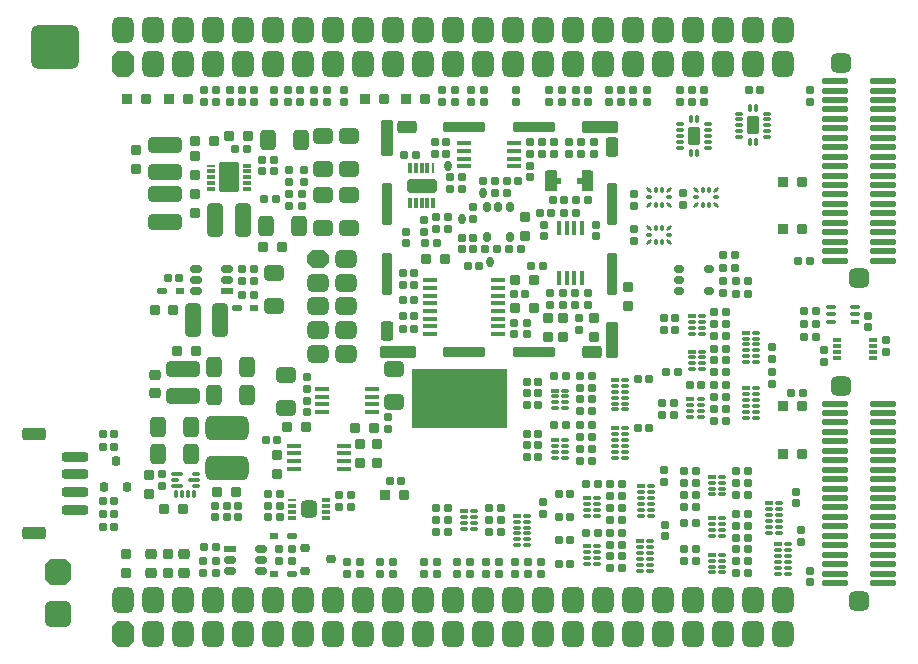
<source format=gbr>
%TF.GenerationSoftware,Altium Limited,Altium Designer,25.3.3 (18)*%
G04 Layer_Color=8388736*
%FSLAX45Y45*%
%MOMM*%
%TF.SameCoordinates,5572F933-5C96-4131-A983-9EF7CB378A5A*%
%TF.FilePolarity,Negative*%
%TF.FileFunction,Soldermask,Top*%
%TF.Part,Single*%
G01*
G75*
%TA.AperFunction,SMDPad,CuDef*%
G04:AMPARAMS|DCode=99|XSize=1.73mm|YSize=1.33mm|CornerRadius=0.3525mm|HoleSize=0mm|Usage=FLASHONLY|Rotation=90.000|XOffset=0mm|YOffset=0mm|HoleType=Round|Shape=RoundedRectangle|*
%AMROUNDEDRECTD99*
21,1,1.73000,0.62500,0,0,90.0*
21,1,1.02500,1.33000,0,0,90.0*
1,1,0.70500,0.31250,0.51250*
1,1,0.70500,0.31250,-0.51250*
1,1,0.70500,-0.31250,-0.51250*
1,1,0.70500,-0.31250,0.51250*
%
%ADD99ROUNDEDRECTD99*%
G04:AMPARAMS|DCode=100|XSize=1.73mm|YSize=1.33mm|CornerRadius=0.3525mm|HoleSize=0mm|Usage=FLASHONLY|Rotation=180.000|XOffset=0mm|YOffset=0mm|HoleType=Round|Shape=RoundedRectangle|*
%AMROUNDEDRECTD100*
21,1,1.73000,0.62500,0,0,180.0*
21,1,1.02500,1.33000,0,0,180.0*
1,1,0.70500,-0.51250,0.31250*
1,1,0.70500,0.51250,0.31250*
1,1,0.70500,0.51250,-0.31250*
1,1,0.70500,-0.51250,-0.31250*
%
%ADD100ROUNDEDRECTD100*%
%TA.AperFunction,ComponentPad*%
G04:AMPARAMS|DCode=101|XSize=1.48mm|YSize=1.78mm|CornerRadius=0.39mm|HoleSize=0mm|Usage=FLASHONLY|Rotation=270.000|XOffset=0mm|YOffset=0mm|HoleType=Round|Shape=RoundedRectangle|*
%AMROUNDEDRECTD101*
21,1,1.48000,1.00000,0,0,270.0*
21,1,0.70000,1.78000,0,0,270.0*
1,1,0.78000,-0.50000,-0.35000*
1,1,0.78000,-0.50000,0.35000*
1,1,0.78000,0.50000,0.35000*
1,1,0.78000,0.50000,-0.35000*
%
%ADD101ROUNDEDRECTD101*%
G04:AMPARAMS|DCode=102|XSize=1.48mm|YSize=1.78mm|CornerRadius=0mm|HoleSize=0mm|Usage=FLASHONLY|Rotation=270.000|XOffset=0mm|YOffset=0mm|HoleType=Round|Shape=Octagon|*
%AMOCTAGOND102*
4,1,8,0.89000,0.37000,0.89000,-0.37000,0.52000,-0.74000,-0.52000,-0.74000,-0.89000,-0.37000,-0.89000,0.37000,-0.52000,0.74000,0.52000,0.74000,0.89000,0.37000,0.0*
%
%ADD102OCTAGOND102*%

G04:AMPARAMS|DCode=103|XSize=1.63mm|YSize=1.68mm|CornerRadius=0.4275mm|HoleSize=0mm|Usage=FLASHONLY|Rotation=270.000|XOffset=0mm|YOffset=0mm|HoleType=Round|Shape=RoundedRectangle|*
%AMROUNDEDRECTD103*
21,1,1.63000,0.82500,0,0,270.0*
21,1,0.77500,1.68000,0,0,270.0*
1,1,0.85500,-0.41250,-0.38750*
1,1,0.85500,-0.41250,0.38750*
1,1,0.85500,0.41250,0.38750*
1,1,0.85500,0.41250,-0.38750*
%
%ADD103ROUNDEDRECTD103*%
G04:AMPARAMS|DCode=104|XSize=1.78mm|YSize=2.18mm|CornerRadius=0mm|HoleSize=0mm|Usage=FLASHONLY|Rotation=0.000|XOffset=0mm|YOffset=0mm|HoleType=Round|Shape=Octagon|*
%AMOCTAGOND104*
4,1,8,-0.44500,1.09000,0.44500,1.09000,0.89000,0.64500,0.89000,-0.64500,0.44500,-1.09000,-0.44500,-1.09000,-0.89000,-0.64500,-0.89000,0.64500,-0.44500,1.09000,0.0*
%
%ADD104OCTAGOND104*%

G04:AMPARAMS|DCode=105|XSize=1.78mm|YSize=2.18mm|CornerRadius=0.465mm|HoleSize=0mm|Usage=FLASHONLY|Rotation=0.000|XOffset=0mm|YOffset=0mm|HoleType=Round|Shape=RoundedRectangle|*
%AMROUNDEDRECTD105*
21,1,1.78000,1.25001,0,0,0.0*
21,1,0.85000,2.18000,0,0,0.0*
1,1,0.93000,0.42500,-0.62500*
1,1,0.93000,-0.42500,-0.62500*
1,1,0.93000,-0.42500,0.62500*
1,1,0.93000,0.42500,0.62500*
%
%ADD105ROUNDEDRECTD105*%
G04:AMPARAMS|DCode=106|XSize=4.08mm|YSize=3.68mm|CornerRadius=0.58mm|HoleSize=0mm|Usage=FLASHONLY|Rotation=0.000|XOffset=0mm|YOffset=0mm|HoleType=Round|Shape=RoundedRectangle|*
%AMROUNDEDRECTD106*
21,1,4.08000,2.52000,0,0,0.0*
21,1,2.92000,3.68000,0,0,0.0*
1,1,1.16000,1.46000,-1.26000*
1,1,1.16000,-1.46000,-1.26000*
1,1,1.16000,-1.46000,1.26000*
1,1,1.16000,1.46000,1.26000*
%
%ADD106ROUNDEDRECTD106*%
G04:AMPARAMS|DCode=107|XSize=2.28mm|YSize=2.28mm|CornerRadius=0.59mm|HoleSize=0mm|Usage=FLASHONLY|Rotation=270.000|XOffset=0mm|YOffset=0mm|HoleType=Round|Shape=RoundedRectangle|*
%AMROUNDEDRECTD107*
21,1,2.28000,1.10000,0,0,270.0*
21,1,1.10000,2.28000,0,0,270.0*
1,1,1.18000,-0.55000,-0.55000*
1,1,1.18000,-0.55000,0.55000*
1,1,1.18000,0.55000,0.55000*
1,1,1.18000,0.55000,-0.55000*
%
%ADD107ROUNDEDRECTD107*%
G04:AMPARAMS|DCode=108|XSize=2.28mm|YSize=2.28mm|CornerRadius=0mm|HoleSize=0mm|Usage=FLASHONLY|Rotation=270.000|XOffset=0mm|YOffset=0mm|HoleType=Round|Shape=Octagon|*
%AMOCTAGOND108*
4,1,8,-0.57000,-1.14000,0.57000,-1.14000,1.14000,-0.57000,1.14000,0.57000,0.57000,1.14000,-0.57000,1.14000,-1.14000,0.57000,-1.14000,-0.57000,-0.57000,-1.14000,0.0*
%
%ADD108OCTAGOND108*%

%TA.AperFunction,OtherPad,Pad P2-5 (12.8mm,10.3mm)*%
G04:AMPARAMS|DCode=559|XSize=2mm|YSize=1.1mm|CornerRadius=0.275mm|HoleSize=0mm|Usage=FLASHONLY|Rotation=180.000|XOffset=0mm|YOffset=0mm|HoleType=Round|Shape=RoundedRectangle|*
%AMROUNDEDRECTD559*
21,1,2.00000,0.55000,0,0,180.0*
21,1,1.45000,1.10000,0,0,180.0*
1,1,0.55000,-0.72500,0.27500*
1,1,0.55000,0.72500,0.27500*
1,1,0.55000,0.72500,-0.27500*
1,1,0.55000,-0.72500,-0.27500*
%
%ADD559ROUNDEDRECTD559*%
%TA.AperFunction,OtherPad,Pad P2-5 (12.8mm,18.7mm)*%
G04:AMPARAMS|DCode=560|XSize=2mm|YSize=1.1mm|CornerRadius=0.275mm|HoleSize=0mm|Usage=FLASHONLY|Rotation=180.000|XOffset=0mm|YOffset=0mm|HoleType=Round|Shape=RoundedRectangle|*
%AMROUNDEDRECTD560*
21,1,2.00000,0.55000,0,0,180.0*
21,1,1.45000,1.10000,0,0,180.0*
1,1,0.55000,-0.72500,0.27500*
1,1,0.55000,0.72500,0.27500*
1,1,0.55000,0.72500,-0.27500*
1,1,0.55000,-0.72500,-0.27500*
%
%ADD560ROUNDEDRECTD560*%
%TA.AperFunction,SMDPad,CuDef*%
G04:AMPARAMS|DCode=561|XSize=0.41mm|YSize=1.21mm|CornerRadius=0.1175mm|HoleSize=0mm|Usage=FLASHONLY|Rotation=90.000|XOffset=0mm|YOffset=0mm|HoleType=Round|Shape=RoundedRectangle|*
%AMROUNDEDRECTD561*
21,1,0.41000,0.97500,0,0,90.0*
21,1,0.17500,1.21000,0,0,90.0*
1,1,0.23500,0.48750,0.08750*
1,1,0.23500,0.48750,-0.08750*
1,1,0.23500,-0.48750,-0.08750*
1,1,0.23500,-0.48750,0.08750*
%
%ADD561ROUNDEDRECTD561*%
%ADD562R,1.21000X0.41000*%
%ADD563R,0.66000X0.30000*%
G04:AMPARAMS|DCode=564|XSize=0.3mm|YSize=0.66mm|CornerRadius=0.095mm|HoleSize=0mm|Usage=FLASHONLY|Rotation=90.000|XOffset=0mm|YOffset=0mm|HoleType=Round|Shape=RoundedRectangle|*
%AMROUNDEDRECTD564*
21,1,0.30000,0.47000,0,0,90.0*
21,1,0.11000,0.66000,0,0,90.0*
1,1,0.19000,0.23500,0.05500*
1,1,0.19000,0.23500,-0.05500*
1,1,0.19000,-0.23500,-0.05500*
1,1,0.19000,-0.23500,0.05500*
%
%ADD564ROUNDEDRECTD564*%
%ADD565R,1.26000X0.41000*%
G04:AMPARAMS|DCode=566|XSize=0.41mm|YSize=1.26mm|CornerRadius=0.1175mm|HoleSize=0mm|Usage=FLASHONLY|Rotation=270.000|XOffset=0mm|YOffset=0mm|HoleType=Round|Shape=RoundedRectangle|*
%AMROUNDEDRECTD566*
21,1,0.41000,1.02500,0,0,270.0*
21,1,0.17500,1.26000,0,0,270.0*
1,1,0.23500,-0.51250,-0.08750*
1,1,0.23500,-0.51250,0.08750*
1,1,0.23500,0.51250,0.08750*
1,1,0.23500,0.51250,-0.08750*
%
%ADD566ROUNDEDRECTD566*%
G04:AMPARAMS|DCode=567|XSize=0.41mm|YSize=0.78mm|CornerRadius=0.1225mm|HoleSize=0mm|Usage=FLASHONLY|Rotation=270.000|XOffset=0mm|YOffset=0mm|HoleType=Round|Shape=RoundedRectangle|*
%AMROUNDEDRECTD567*
21,1,0.41000,0.53500,0,0,270.0*
21,1,0.16500,0.78000,0,0,270.0*
1,1,0.24500,-0.26750,-0.08250*
1,1,0.24500,-0.26750,0.08250*
1,1,0.24500,0.26750,0.08250*
1,1,0.24500,0.26750,-0.08250*
%
%ADD567ROUNDEDRECTD567*%
%ADD568R,0.78000X0.41000*%
G04:AMPARAMS|DCode=569|XSize=0.68mm|YSize=0.68mm|CornerRadius=0.19mm|HoleSize=0mm|Usage=FLASHONLY|Rotation=90.000|XOffset=0mm|YOffset=0mm|HoleType=Round|Shape=RoundedRectangle|*
%AMROUNDEDRECTD569*
21,1,0.68000,0.30000,0,0,90.0*
21,1,0.30000,0.68000,0,0,90.0*
1,1,0.38000,0.15000,0.15000*
1,1,0.38000,0.15000,-0.15000*
1,1,0.38000,-0.15000,-0.15000*
1,1,0.38000,-0.15000,0.15000*
%
%ADD569ROUNDEDRECTD569*%
G04:AMPARAMS|DCode=570|XSize=0.6mm|YSize=0.28mm|CornerRadius=0mm|HoleSize=0mm|Usage=FLASHONLY|Rotation=135.000|XOffset=0mm|YOffset=0mm|HoleType=Round|Shape=Round|*
%AMOVALD570*
21,1,0.32000,0.28000,0.00000,0.00000,135.0*
1,1,0.28000,0.11314,-0.11314*
1,1,0.28000,-0.11314,0.11314*
%
%ADD570OVALD570*%

%ADD571O,0.28000X0.51000*%
G04:AMPARAMS|DCode=572|XSize=0.6mm|YSize=0.28mm|CornerRadius=0mm|HoleSize=0mm|Usage=FLASHONLY|Rotation=45.000|XOffset=0mm|YOffset=0mm|HoleType=Round|Shape=Round|*
%AMOVALD572*
21,1,0.32000,0.28000,0.00000,0.00000,45.0*
1,1,0.28000,-0.11314,-0.11314*
1,1,0.28000,0.11314,0.11314*
%
%ADD572OVALD572*%

%ADD573O,0.51000X0.28000*%
%ADD574R,0.88000X0.88000*%
G04:AMPARAMS|DCode=575|XSize=0.88mm|YSize=0.88mm|CornerRadius=0.24mm|HoleSize=0mm|Usage=FLASHONLY|Rotation=90.000|XOffset=0mm|YOffset=0mm|HoleType=Round|Shape=RoundedRectangle|*
%AMROUNDEDRECTD575*
21,1,0.88000,0.40000,0,0,90.0*
21,1,0.40000,0.88000,0,0,90.0*
1,1,0.48000,0.20000,0.20000*
1,1,0.48000,0.20000,-0.20000*
1,1,0.48000,-0.20000,-0.20000*
1,1,0.48000,-0.20000,0.20000*
%
%ADD575ROUNDEDRECTD575*%
G04:AMPARAMS|DCode=576|XSize=0.68mm|YSize=0.68mm|CornerRadius=0.19mm|HoleSize=0mm|Usage=FLASHONLY|Rotation=0.000|XOffset=0mm|YOffset=0mm|HoleType=Round|Shape=RoundedRectangle|*
%AMROUNDEDRECTD576*
21,1,0.68000,0.30000,0,0,0.0*
21,1,0.30000,0.68000,0,0,0.0*
1,1,0.38000,0.15000,-0.15000*
1,1,0.38000,-0.15000,-0.15000*
1,1,0.38000,-0.15000,0.15000*
1,1,0.38000,0.15000,0.15000*
%
%ADD576ROUNDEDRECTD576*%
G04:AMPARAMS|DCode=577|XSize=1.68mm|YSize=1.08mm|CornerRadius=0.29mm|HoleSize=0mm|Usage=FLASHONLY|Rotation=270.000|XOffset=0mm|YOffset=0mm|HoleType=Round|Shape=RoundedRectangle|*
%AMROUNDEDRECTD577*
21,1,1.68000,0.50000,0,0,270.0*
21,1,1.10000,1.08000,0,0,270.0*
1,1,0.58000,-0.25000,-0.55000*
1,1,0.58000,-0.25000,0.55000*
1,1,0.58000,0.25000,0.55000*
1,1,0.58000,0.25000,-0.55000*
%
%ADD577ROUNDEDRECTD577*%
%TA.AperFunction,SMDPad,SMDef*%
G04:AMPARAMS|DCode=578|XSize=3.6mm|YSize=0.8mm|CornerRadius=0.15mm|HoleSize=0mm|Usage=FLASHONLY|Rotation=180.000|XOffset=0mm|YOffset=0mm|HoleType=Round|Shape=RoundedRectangle|*
%AMROUNDEDRECTD578*
21,1,3.60000,0.50000,0,0,180.0*
21,1,3.30000,0.80000,0,0,180.0*
1,1,0.30000,-1.65000,0.25000*
1,1,0.30000,1.65000,0.25000*
1,1,0.30000,1.65000,-0.25000*
1,1,0.30000,-1.65000,-0.25000*
%
%ADD578ROUNDEDRECTD578*%
%TA.AperFunction,SMDPad,CuDef*%
G04:AMPARAMS|DCode=579|XSize=3.08mm|YSize=1.08mm|CornerRadius=0.29mm|HoleSize=0mm|Usage=FLASHONLY|Rotation=180.000|XOffset=0mm|YOffset=0mm|HoleType=Round|Shape=RoundedRectangle|*
%AMROUNDEDRECTD579*
21,1,3.08000,0.50000,0,0,180.0*
21,1,2.50000,1.08000,0,0,180.0*
1,1,0.58000,-1.25000,0.25000*
1,1,0.58000,1.25000,0.25000*
1,1,0.58000,1.25000,-0.25000*
1,1,0.58000,-1.25000,-0.25000*
%
%ADD579ROUNDEDRECTD579*%
G04:AMPARAMS|DCode=580|XSize=1.68mm|YSize=1.08mm|CornerRadius=0.29mm|HoleSize=0mm|Usage=FLASHONLY|Rotation=0.000|XOffset=0mm|YOffset=0mm|HoleType=Round|Shape=RoundedRectangle|*
%AMROUNDEDRECTD580*
21,1,1.68000,0.50000,0,0,0.0*
21,1,1.10000,1.08000,0,0,0.0*
1,1,0.58000,0.55000,-0.25000*
1,1,0.58000,-0.55000,-0.25000*
1,1,0.58000,-0.55000,0.25000*
1,1,0.58000,0.55000,0.25000*
%
%ADD580ROUNDEDRECTD580*%
%TA.AperFunction,SMDPad,SMDef*%
G04:AMPARAMS|DCode=581|XSize=3.6mm|YSize=0.8mm|CornerRadius=0.15mm|HoleSize=0mm|Usage=FLASHONLY|Rotation=270.000|XOffset=0mm|YOffset=0mm|HoleType=Round|Shape=RoundedRectangle|*
%AMROUNDEDRECTD581*
21,1,3.60000,0.50000,0,0,270.0*
21,1,3.30000,0.80000,0,0,270.0*
1,1,0.30000,-0.25000,-1.65000*
1,1,0.30000,-0.25000,1.65000*
1,1,0.30000,0.25000,1.65000*
1,1,0.30000,0.25000,-1.65000*
%
%ADD581ROUNDEDRECTD581*%
%TA.AperFunction,SMDPad,CuDef*%
G04:AMPARAMS|DCode=582|XSize=3.08mm|YSize=1.08mm|CornerRadius=0.29mm|HoleSize=0mm|Usage=FLASHONLY|Rotation=270.000|XOffset=0mm|YOffset=0mm|HoleType=Round|Shape=RoundedRectangle|*
%AMROUNDEDRECTD582*
21,1,3.08000,0.50000,0,0,270.0*
21,1,2.50000,1.08000,0,0,270.0*
1,1,0.58000,-0.25000,-1.25000*
1,1,0.58000,-0.25000,1.25000*
1,1,0.58000,0.25000,1.25000*
1,1,0.58000,0.25000,-1.25000*
%
%ADD582ROUNDEDRECTD582*%
%TA.AperFunction,SMDPad,SMDef*%
G04:AMPARAMS|DCode=583|XSize=3.596mm|YSize=0.796mm|CornerRadius=0.148mm|HoleSize=0mm|Usage=FLASHONLY|Rotation=0.000|XOffset=0mm|YOffset=0mm|HoleType=Round|Shape=RoundedRectangle|*
%AMROUNDEDRECTD583*
21,1,3.59600,0.50000,0,0,0.0*
21,1,3.30000,0.79600,0,0,0.0*
1,1,0.29600,1.65000,-0.25000*
1,1,0.29600,-1.65000,-0.25000*
1,1,0.29600,-1.65000,0.25000*
1,1,0.29600,1.65000,0.25000*
%
%ADD583ROUNDEDRECTD583*%
%TA.AperFunction,SMDPad,CuDef*%
G04:AMPARAMS|DCode=584|XSize=0.88mm|YSize=0.88mm|CornerRadius=0.24mm|HoleSize=0mm|Usage=FLASHONLY|Rotation=180.000|XOffset=0mm|YOffset=0mm|HoleType=Round|Shape=RoundedRectangle|*
%AMROUNDEDRECTD584*
21,1,0.88000,0.40000,0,0,180.0*
21,1,0.40000,0.88000,0,0,180.0*
1,1,0.48000,-0.20000,0.20000*
1,1,0.48000,0.20000,0.20000*
1,1,0.48000,0.20000,-0.20000*
1,1,0.48000,-0.20000,-0.20000*
%
%ADD584ROUNDEDRECTD584*%
%ADD585O,0.68000X0.88000*%
%ADD586R,1.00000X0.54000*%
%ADD587O,0.38000X1.78000*%
G04:AMPARAMS|DCode=588|XSize=0.41mm|YSize=1.21mm|CornerRadius=0.1175mm|HoleSize=0mm|Usage=FLASHONLY|Rotation=0.000|XOffset=0mm|YOffset=0mm|HoleType=Round|Shape=RoundedRectangle|*
%AMROUNDEDRECTD588*
21,1,0.41000,0.97500,0,0,0.0*
21,1,0.17500,1.21000,0,0,0.0*
1,1,0.23500,0.08750,-0.48750*
1,1,0.23500,-0.08750,-0.48750*
1,1,0.23500,-0.08750,0.48750*
1,1,0.23500,0.08750,0.48750*
%
%ADD588ROUNDEDRECTD588*%
%ADD589R,0.41000X1.21000*%
G04:AMPARAMS|DCode=590|XSize=0.63mm|YSize=0.88mm|CornerRadius=0.1775mm|HoleSize=0mm|Usage=FLASHONLY|Rotation=0.000|XOffset=0mm|YOffset=0mm|HoleType=Round|Shape=RoundedRectangle|*
%AMROUNDEDRECTD590*
21,1,0.63000,0.52500,0,0,0.0*
21,1,0.27500,0.88000,0,0,0.0*
1,1,0.35500,0.13750,-0.26250*
1,1,0.35500,-0.13750,-0.26250*
1,1,0.35500,-0.13750,0.26250*
1,1,0.35500,0.13750,0.26250*
%
%ADD590ROUNDEDRECTD590*%
%ADD591R,0.29000X0.91000*%
G04:AMPARAMS|DCode=592|XSize=0.29mm|YSize=0.91mm|CornerRadius=0.0875mm|HoleSize=0mm|Usage=FLASHONLY|Rotation=0.000|XOffset=0mm|YOffset=0mm|HoleType=Round|Shape=RoundedRectangle|*
%AMROUNDEDRECTD592*
21,1,0.29000,0.73500,0,0,0.0*
21,1,0.11500,0.91000,0,0,0.0*
1,1,0.17500,0.05750,-0.36750*
1,1,0.17500,-0.05750,-0.36750*
1,1,0.17500,-0.05750,0.36750*
1,1,0.17500,0.05750,0.36750*
%
%ADD592ROUNDEDRECTD592*%
G04:AMPARAMS|DCode=593|XSize=2.61mm|YSize=1.16mm|CornerRadius=0.305mm|HoleSize=0mm|Usage=FLASHONLY|Rotation=0.000|XOffset=0mm|YOffset=0mm|HoleType=Round|Shape=RoundedRectangle|*
%AMROUNDEDRECTD593*
21,1,2.61000,0.55000,0,0,0.0*
21,1,2.00000,1.16000,0,0,0.0*
1,1,0.61000,1.00000,-0.27500*
1,1,0.61000,-1.00000,-0.27500*
1,1,0.61000,-1.00000,0.27500*
1,1,0.61000,1.00000,0.27500*
%
%ADD593ROUNDEDRECTD593*%
G04:AMPARAMS|DCode=594|XSize=2.88mm|YSize=1.38mm|CornerRadius=0.365mm|HoleSize=0mm|Usage=FLASHONLY|Rotation=180.000|XOffset=0mm|YOffset=0mm|HoleType=Round|Shape=RoundedRectangle|*
%AMROUNDEDRECTD594*
21,1,2.88000,0.65000,0,0,180.0*
21,1,2.15000,1.38000,0,0,180.0*
1,1,0.73000,-1.07500,0.32500*
1,1,0.73000,1.07500,0.32500*
1,1,0.73000,1.07500,-0.32500*
1,1,0.73000,-1.07500,-0.32500*
%
%ADD594ROUNDEDRECTD594*%
G04:AMPARAMS|DCode=595|XSize=0.63mm|YSize=0.88mm|CornerRadius=0.1775mm|HoleSize=0mm|Usage=FLASHONLY|Rotation=90.000|XOffset=0mm|YOffset=0mm|HoleType=Round|Shape=RoundedRectangle|*
%AMROUNDEDRECTD595*
21,1,0.63000,0.52500,0,0,90.0*
21,1,0.27500,0.88000,0,0,90.0*
1,1,0.35500,0.26250,0.13750*
1,1,0.35500,0.26250,-0.13750*
1,1,0.35500,-0.26250,-0.13750*
1,1,0.35500,-0.26250,0.13750*
%
%ADD595ROUNDEDRECTD595*%
G04:AMPARAMS|DCode=596|XSize=2.28mm|YSize=0.58mm|CornerRadius=0.165mm|HoleSize=0mm|Usage=FLASHONLY|Rotation=0.000|XOffset=0mm|YOffset=0mm|HoleType=Round|Shape=RoundedRectangle|*
%AMROUNDEDRECTD596*
21,1,2.28000,0.25000,0,0,0.0*
21,1,1.95000,0.58000,0,0,0.0*
1,1,0.33000,0.97500,-0.12500*
1,1,0.33000,-0.97500,-0.12500*
1,1,0.33000,-0.97500,0.12500*
1,1,0.33000,0.97500,0.12500*
%
%ADD596ROUNDEDRECTD596*%
G04:AMPARAMS|DCode=597|XSize=0.28mm|YSize=0.73mm|CornerRadius=0.09mm|HoleSize=0mm|Usage=FLASHONLY|Rotation=270.000|XOffset=0mm|YOffset=0mm|HoleType=Round|Shape=RoundedRectangle|*
%AMROUNDEDRECTD597*
21,1,0.28000,0.55000,0,0,270.0*
21,1,0.10000,0.73000,0,0,270.0*
1,1,0.18000,-0.27500,-0.05000*
1,1,0.18000,-0.27500,0.05000*
1,1,0.18000,0.27500,0.05000*
1,1,0.18000,0.27500,-0.05000*
%
%ADD597ROUNDEDRECTD597*%
G04:AMPARAMS|DCode=598|XSize=0.28mm|YSize=1.08mm|CornerRadius=0.09mm|HoleSize=0mm|Usage=FLASHONLY|Rotation=270.000|XOffset=0mm|YOffset=0mm|HoleType=Round|Shape=RoundedRectangle|*
%AMROUNDEDRECTD598*
21,1,0.28000,0.90000,0,0,270.0*
21,1,0.10000,1.08000,0,0,270.0*
1,1,0.18000,-0.45000,-0.05000*
1,1,0.18000,-0.45000,0.05000*
1,1,0.18000,0.45000,0.05000*
1,1,0.18000,0.45000,-0.05000*
%
%ADD598ROUNDEDRECTD598*%
G04:AMPARAMS|DCode=599|XSize=0.3mm|YSize=0.63mm|CornerRadius=0.095mm|HoleSize=0mm|Usage=FLASHONLY|Rotation=180.000|XOffset=0mm|YOffset=0mm|HoleType=Round|Shape=RoundedRectangle|*
%AMROUNDEDRECTD599*
21,1,0.30000,0.44000,0,0,180.0*
21,1,0.11000,0.63000,0,0,180.0*
1,1,0.19000,-0.05500,0.22000*
1,1,0.19000,0.05500,0.22000*
1,1,0.19000,0.05500,-0.22000*
1,1,0.19000,-0.05500,-0.22000*
%
%ADD599ROUNDEDRECTD599*%
G04:AMPARAMS|DCode=600|XSize=2.28mm|YSize=0.78mm|CornerRadius=0.215mm|HoleSize=0mm|Usage=FLASHONLY|Rotation=180.000|XOffset=0mm|YOffset=0mm|HoleType=Round|Shape=RoundedRectangle|*
%AMROUNDEDRECTD600*
21,1,2.28000,0.35000,0,0,180.0*
21,1,1.85000,0.78000,0,0,180.0*
1,1,0.43000,-0.92500,0.17500*
1,1,0.43000,0.92500,0.17500*
1,1,0.43000,0.92500,-0.17500*
1,1,0.43000,-0.92500,-0.17500*
%
%ADD600ROUNDEDRECTD600*%
G04:AMPARAMS|DCode=601|XSize=0.98mm|YSize=0.88mm|CornerRadius=0.24mm|HoleSize=0mm|Usage=FLASHONLY|Rotation=180.000|XOffset=0mm|YOffset=0mm|HoleType=Round|Shape=RoundedRectangle|*
%AMROUNDEDRECTD601*
21,1,0.98000,0.40000,0,0,180.0*
21,1,0.50000,0.88000,0,0,180.0*
1,1,0.48000,-0.25000,0.20000*
1,1,0.48000,0.25000,0.20000*
1,1,0.48000,0.25000,-0.20000*
1,1,0.48000,-0.25000,-0.20000*
%
%ADD601ROUNDEDRECTD601*%
G04:AMPARAMS|DCode=602|XSize=3.68mm|YSize=2.08mm|CornerRadius=0.54mm|HoleSize=0mm|Usage=FLASHONLY|Rotation=180.000|XOffset=0mm|YOffset=0mm|HoleType=Round|Shape=RoundedRectangle|*
%AMROUNDEDRECTD602*
21,1,3.68000,1.00000,0,0,180.0*
21,1,2.60000,2.08000,0,0,180.0*
1,1,1.08000,-1.30000,0.50000*
1,1,1.08000,1.30000,0.50000*
1,1,1.08000,1.30000,-0.50000*
1,1,1.08000,-1.30000,-0.50000*
%
%ADD602ROUNDEDRECTD602*%
G04:AMPARAMS|DCode=603|XSize=2.88mm|YSize=1.38mm|CornerRadius=0.365mm|HoleSize=0mm|Usage=FLASHONLY|Rotation=90.000|XOffset=0mm|YOffset=0mm|HoleType=Round|Shape=RoundedRectangle|*
%AMROUNDEDRECTD603*
21,1,2.88000,0.65000,0,0,90.0*
21,1,2.15000,1.38000,0,0,90.0*
1,1,0.73000,0.32500,1.07500*
1,1,0.73000,0.32500,-1.07500*
1,1,0.73000,-0.32500,-1.07500*
1,1,0.73000,-0.32500,1.07500*
%
%ADD603ROUNDEDRECTD603*%
G04:AMPARAMS|DCode=604|XSize=0.29mm|YSize=0.73mm|CornerRadius=0.0875mm|HoleSize=0mm|Usage=FLASHONLY|Rotation=90.000|XOffset=0mm|YOffset=0mm|HoleType=Round|Shape=RoundedRectangle|*
%AMROUNDEDRECTD604*
21,1,0.29000,0.55500,0,0,90.0*
21,1,0.11500,0.73000,0,0,90.0*
1,1,0.17500,0.27750,0.05750*
1,1,0.17500,0.27750,-0.05750*
1,1,0.17500,-0.27750,-0.05750*
1,1,0.17500,-0.27750,0.05750*
%
%ADD604ROUNDEDRECTD604*%
G04:AMPARAMS|DCode=605|XSize=0.29mm|YSize=0.73mm|CornerRadius=0.0875mm|HoleSize=0mm|Usage=FLASHONLY|Rotation=0.000|XOffset=0mm|YOffset=0mm|HoleType=Round|Shape=RoundedRectangle|*
%AMROUNDEDRECTD605*
21,1,0.29000,0.55500,0,0,0.0*
21,1,0.11500,0.73000,0,0,0.0*
1,1,0.17500,0.05750,-0.27750*
1,1,0.17500,-0.05750,-0.27750*
1,1,0.17500,-0.05750,0.27750*
1,1,0.17500,0.05750,0.27750*
%
%ADD605ROUNDEDRECTD605*%
G04:AMPARAMS|DCode=606|XSize=1.06mm|YSize=1.56mm|CornerRadius=0.28mm|HoleSize=0mm|Usage=FLASHONLY|Rotation=0.000|XOffset=0mm|YOffset=0mm|HoleType=Round|Shape=RoundedRectangle|*
%AMROUNDEDRECTD606*
21,1,1.06000,1.00000,0,0,0.0*
21,1,0.50000,1.56000,0,0,0.0*
1,1,0.56000,0.25000,-0.50000*
1,1,0.56000,-0.25000,-0.50000*
1,1,0.56000,-0.25000,0.50000*
1,1,0.56000,0.25000,0.50000*
%
%ADD606ROUNDEDRECTD606*%
G04:AMPARAMS|DCode=607|XSize=0.29mm|YSize=0.76mm|CornerRadius=0.0875mm|HoleSize=0mm|Usage=FLASHONLY|Rotation=90.000|XOffset=0mm|YOffset=0mm|HoleType=Round|Shape=RoundedRectangle|*
%AMROUNDEDRECTD607*
21,1,0.29000,0.58500,0,0,90.0*
21,1,0.11500,0.76000,0,0,90.0*
1,1,0.17500,0.29250,0.05750*
1,1,0.17500,0.29250,-0.05750*
1,1,0.17500,-0.29250,-0.05750*
1,1,0.17500,-0.29250,0.05750*
%
%ADD607ROUNDEDRECTD607*%
G04:AMPARAMS|DCode=608|XSize=2.56mm|YSize=1.71mm|CornerRadius=0.195mm|HoleSize=0mm|Usage=FLASHONLY|Rotation=90.000|XOffset=0mm|YOffset=0mm|HoleType=Round|Shape=RoundedRectangle|*
%AMROUNDEDRECTD608*
21,1,2.56000,1.32000,0,0,90.0*
21,1,2.17000,1.71000,0,0,90.0*
1,1,0.39000,0.66000,1.08500*
1,1,0.39000,0.66000,-1.08500*
1,1,0.39000,-0.66000,-1.08500*
1,1,0.39000,-0.66000,1.08500*
%
%ADD608ROUNDEDRECTD608*%
%ADD609R,0.76000X0.29000*%
G04:AMPARAMS|DCode=610|XSize=0.63mm|YSize=0.98mm|CornerRadius=0.1775mm|HoleSize=0mm|Usage=FLASHONLY|Rotation=270.000|XOffset=0mm|YOffset=0mm|HoleType=Round|Shape=RoundedRectangle|*
%AMROUNDEDRECTD610*
21,1,0.63000,0.62500,0,0,270.0*
21,1,0.27500,0.98000,0,0,270.0*
1,1,0.35500,-0.31250,-0.13750*
1,1,0.35500,-0.31250,0.13750*
1,1,0.35500,0.31250,0.13750*
1,1,0.35500,0.31250,-0.13750*
%
%ADD610ROUNDEDRECTD610*%
%ADD611R,0.98000X0.63000*%
G04:AMPARAMS|DCode=612|XSize=1.46mm|YSize=1.36mm|CornerRadius=0.355mm|HoleSize=0mm|Usage=FLASHONLY|Rotation=90.000|XOffset=0mm|YOffset=0mm|HoleType=Round|Shape=RoundedRectangle|*
%AMROUNDEDRECTD612*
21,1,1.46000,0.65000,0,0,90.0*
21,1,0.75000,1.36000,0,0,90.0*
1,1,0.71000,0.32500,0.37500*
1,1,0.71000,0.32500,-0.37500*
1,1,0.71000,-0.32500,-0.37500*
1,1,0.71000,-0.32500,0.37500*
%
%ADD612ROUNDEDRECTD612*%
%ADD613R,0.75000X0.30000*%
G04:AMPARAMS|DCode=614|XSize=0.3mm|YSize=0.75mm|CornerRadius=0.0875mm|HoleSize=0mm|Usage=FLASHONLY|Rotation=90.000|XOffset=0mm|YOffset=0mm|HoleType=Round|Shape=RoundedRectangle|*
%AMROUNDEDRECTD614*
21,1,0.30000,0.57500,0,0,90.0*
21,1,0.12500,0.75000,0,0,90.0*
1,1,0.17500,0.28750,0.06250*
1,1,0.17500,0.28750,-0.06250*
1,1,0.17500,-0.28750,-0.06250*
1,1,0.17500,-0.28750,0.06250*
%
%ADD614ROUNDEDRECTD614*%
G04:AMPARAMS|DCode=615|XSize=0.68mm|YSize=0.78mm|CornerRadius=0.19mm|HoleSize=0mm|Usage=FLASHONLY|Rotation=180.000|XOffset=0mm|YOffset=0mm|HoleType=Round|Shape=RoundedRectangle|*
%AMROUNDEDRECTD615*
21,1,0.68000,0.40000,0,0,180.0*
21,1,0.30000,0.78000,0,0,180.0*
1,1,0.38000,-0.15000,0.20000*
1,1,0.38000,0.15000,0.20000*
1,1,0.38000,0.15000,-0.20000*
1,1,0.38000,-0.15000,-0.20000*
%
%ADD615ROUNDEDRECTD615*%
G04:AMPARAMS|DCode=616|XSize=0.68mm|YSize=0.78mm|CornerRadius=0.19mm|HoleSize=0mm|Usage=FLASHONLY|Rotation=90.000|XOffset=0mm|YOffset=0mm|HoleType=Round|Shape=RoundedRectangle|*
%AMROUNDEDRECTD616*
21,1,0.68000,0.40000,0,0,90.0*
21,1,0.30000,0.78000,0,0,90.0*
1,1,0.38000,0.20000,0.15000*
1,1,0.38000,0.20000,-0.15000*
1,1,0.38000,-0.20000,-0.15000*
1,1,0.38000,-0.20000,0.15000*
%
%ADD616ROUNDEDRECTD616*%
%ADD617R,0.78000X0.58000*%
G04:AMPARAMS|DCode=618|XSize=0.58mm|YSize=0.78mm|CornerRadius=0.165mm|HoleSize=0mm|Usage=FLASHONLY|Rotation=90.000|XOffset=0mm|YOffset=0mm|HoleType=Round|Shape=RoundedRectangle|*
%AMROUNDEDRECTD618*
21,1,0.58000,0.45000,0,0,90.0*
21,1,0.25000,0.78000,0,0,90.0*
1,1,0.33000,0.22500,0.12500*
1,1,0.33000,0.22500,-0.12500*
1,1,0.33000,-0.22500,-0.12500*
1,1,0.33000,-0.22500,0.12500*
%
%ADD618ROUNDEDRECTD618*%
G36*
X5995784Y4098942D02*
X5996538Y4098713D01*
X5997233Y4098342D01*
X5997842Y4097842D01*
X5998342Y4097233D01*
X5998713Y4096538D01*
X5998942Y4095784D01*
X5999019Y4095000D01*
Y3925000D01*
X5998942Y3924216D01*
X5998713Y3923462D01*
X5998342Y3922767D01*
X5997842Y3922158D01*
X5997233Y3921658D01*
X5996538Y3921287D01*
X5995784Y3921058D01*
X5995000Y3920981D01*
X5920000D01*
X5919216Y3921058D01*
X5918462Y3921287D01*
X5917767Y3921658D01*
X5917158Y3922158D01*
X5916658Y3922767D01*
X5916287Y3923462D01*
X5916058Y3924216D01*
X5915981Y3925000D01*
Y3982511D01*
X5916058Y3983295D01*
X5916287Y3984049D01*
X5916658Y3984744D01*
X5917158Y3985353D01*
X5917767Y3985853D01*
X5918462Y3986224D01*
X5919216Y3986453D01*
X5920000Y3986531D01*
X5975994D01*
Y4033527D01*
X5920000D01*
X5919216Y4033604D01*
X5918462Y4033833D01*
X5917767Y4034204D01*
X5917158Y4034704D01*
X5916658Y4035313D01*
X5916287Y4036008D01*
X5916058Y4036762D01*
X5915981Y4037546D01*
Y4095000D01*
X5916058Y4095784D01*
X5916287Y4096538D01*
X5916658Y4097233D01*
X5917158Y4097842D01*
X5917767Y4098342D01*
X5918462Y4098713D01*
X5919216Y4098942D01*
X5920000Y4099019D01*
X5995000D01*
X5995784Y4098942D01*
D02*
G37*
G36*
X5700784D02*
X5701539Y4098713D01*
X5702233Y4098342D01*
X5702842Y4097842D01*
X5703342Y4097233D01*
X5703714Y4096538D01*
X5703942Y4095784D01*
X5704020Y4095000D01*
X5704019Y4037505D01*
X5703942Y4036721D01*
X5703713Y4035967D01*
X5703342Y4035272D01*
X5702842Y4034663D01*
X5702233Y4034163D01*
X5701538Y4033792D01*
X5700784Y4033563D01*
X5700000Y4033486D01*
X5644014Y4033485D01*
X5644014Y3986522D01*
X5700000Y3986522D01*
X5700784Y3986445D01*
X5701538Y3986216D01*
X5702233Y3985845D01*
X5702842Y3985345D01*
X5703342Y3984736D01*
X5703713Y3984041D01*
X5703942Y3983287D01*
X5704019Y3982503D01*
X5704020Y3925000D01*
X5703942Y3924216D01*
X5703714Y3923462D01*
X5703342Y3922767D01*
X5702842Y3922158D01*
X5702233Y3921658D01*
X5701539Y3921287D01*
X5700784Y3921058D01*
X5700000Y3920981D01*
X5625000D01*
X5624216Y3921058D01*
X5623462Y3921287D01*
X5622768Y3921658D01*
X5622158Y3922158D01*
X5621659Y3922767D01*
X5621287Y3923462D01*
X5621058Y3924216D01*
X5620981Y3925000D01*
Y4095000D01*
X5621058Y4095784D01*
X5621287Y4096538D01*
X5621659Y4097233D01*
X5622158Y4097842D01*
X5622768Y4098342D01*
X5623462Y4098713D01*
X5624216Y4098942D01*
X5625000Y4099019D01*
X5700000D01*
X5700784Y4098942D01*
D02*
G37*
G36*
X5280000Y1920000D02*
X4480000D01*
X4480000Y2420000D01*
X5280000Y2420000D01*
X5280000Y1920000D01*
D02*
G37*
D99*
X3080000Y2430000D02*
D03*
X2800000D02*
D03*
X3080000Y2200000D02*
D03*
X2800000D02*
D03*
X2330000Y1700000D02*
D03*
X2610000D02*
D03*
X2330000Y1930000D02*
D03*
X2610000D02*
D03*
X3240000Y3630000D02*
D03*
X3520000D02*
D03*
X3260000Y4360000D02*
D03*
X3540000D02*
D03*
D100*
X4330000Y2140000D02*
D03*
Y2420000D02*
D03*
X3730000Y4110000D02*
D03*
Y4390000D02*
D03*
X3950000Y3890000D02*
D03*
Y3610000D02*
D03*
X3730000Y3890000D02*
D03*
Y3610000D02*
D03*
X3950000Y4110000D02*
D03*
Y4390000D02*
D03*
X3410000Y2090000D02*
D03*
Y2370000D02*
D03*
X3310000Y2950000D02*
D03*
Y3230000D02*
D03*
D101*
X3920000Y2548000D02*
D03*
Y2748000D02*
D03*
Y2948000D02*
D03*
Y3148000D02*
D03*
Y3348000D02*
D03*
X3680000Y2548000D02*
D03*
Y2748000D02*
D03*
Y2948000D02*
D03*
Y3148000D02*
D03*
D102*
Y3348000D02*
D03*
D103*
X8263000Y455000D02*
D03*
X8113000Y2275000D02*
D03*
Y5005000D02*
D03*
X8263000Y3185000D02*
D03*
D104*
X2032000Y170500D02*
D03*
Y4996500D02*
D03*
D105*
X2286000Y170500D02*
D03*
X2540000D02*
D03*
X2794000D02*
D03*
X3048000D02*
D03*
X3302000D02*
D03*
X3556000D02*
D03*
X3810000D02*
D03*
X4064000D02*
D03*
X4318000D02*
D03*
X4572000D02*
D03*
X4826000D02*
D03*
X5080000D02*
D03*
X5334000D02*
D03*
X5588000D02*
D03*
X5842000D02*
D03*
X6096000D02*
D03*
X6350000D02*
D03*
X6604000D02*
D03*
X6858000D02*
D03*
X7112000D02*
D03*
X7366000D02*
D03*
X7620000D02*
D03*
X2032000Y464500D02*
D03*
X2286000D02*
D03*
X2540000D02*
D03*
X2794000D02*
D03*
X3048000D02*
D03*
X3302000D02*
D03*
X3556000D02*
D03*
X3810000D02*
D03*
X4064000D02*
D03*
X4318000D02*
D03*
X4572000D02*
D03*
X4826000D02*
D03*
X5080000D02*
D03*
X5334000D02*
D03*
X5588000D02*
D03*
X5842000D02*
D03*
X6096000D02*
D03*
X6350000D02*
D03*
X6604000D02*
D03*
X6858000D02*
D03*
X7112000D02*
D03*
X7366000D02*
D03*
X7620000D02*
D03*
X2286000Y4996500D02*
D03*
X2540000D02*
D03*
X2794000D02*
D03*
X3048000D02*
D03*
X3302000D02*
D03*
X3556000D02*
D03*
X3810000D02*
D03*
X4064000D02*
D03*
X4318000D02*
D03*
X4572000D02*
D03*
X4826000D02*
D03*
X5080000D02*
D03*
X5334000D02*
D03*
X5588000D02*
D03*
X5842000D02*
D03*
X6096000D02*
D03*
X6350000D02*
D03*
X6604000D02*
D03*
X6858000D02*
D03*
X7112000D02*
D03*
X7366000D02*
D03*
X7620000D02*
D03*
X2032000Y5290500D02*
D03*
X2286000D02*
D03*
X2540000D02*
D03*
X2794000D02*
D03*
X3048000D02*
D03*
X3302000D02*
D03*
X3556000D02*
D03*
X3810000D02*
D03*
X4064000D02*
D03*
X4318000D02*
D03*
X4572000D02*
D03*
X4826000D02*
D03*
X5080000D02*
D03*
X5334000D02*
D03*
X5588000D02*
D03*
X5842000D02*
D03*
X6096000D02*
D03*
X6350000D02*
D03*
X6604000D02*
D03*
X6858000D02*
D03*
X7112000D02*
D03*
X7366000D02*
D03*
X7620000D02*
D03*
D106*
X1460500Y5143500D02*
D03*
D107*
X1480000Y345000D02*
D03*
D108*
Y695000D02*
D03*
D559*
X1280000Y1030000D02*
D03*
D560*
Y1870000D02*
D03*
D561*
X3902500Y1572500D02*
D03*
Y1637500D02*
D03*
Y1702500D02*
D03*
Y1767500D02*
D03*
X3477500Y1572500D02*
D03*
Y1637500D02*
D03*
Y1702500D02*
D03*
X4142501Y2052501D02*
D03*
Y2117501D02*
D03*
Y2182501D02*
D03*
Y2247501D02*
D03*
X3717501Y2052501D02*
D03*
Y2117501D02*
D03*
Y2182501D02*
D03*
X4917500Y4327500D02*
D03*
Y4262500D02*
D03*
Y4197500D02*
D03*
Y4132500D02*
D03*
X5342500Y4327500D02*
D03*
Y4262500D02*
D03*
Y4197500D02*
D03*
D562*
X3477500Y1767500D02*
D03*
X3717501Y2247501D02*
D03*
X5342500Y4132500D02*
D03*
D563*
X5687001Y1815000D02*
D03*
X7577000Y935000D02*
D03*
X6196978Y1914994D02*
D03*
X4917001Y1215000D02*
D03*
X7307000Y2725000D02*
D03*
X6847001Y2865000D02*
D03*
Y2565000D02*
D03*
X6837001Y2165000D02*
D03*
X7307000Y2255000D02*
D03*
X5957000Y915000D02*
D03*
X5687001Y2235000D02*
D03*
X7017000Y845000D02*
D03*
Y1505000D02*
D03*
X5957000Y1325000D02*
D03*
X7017000Y1155000D02*
D03*
X7504000Y1280000D02*
D03*
X6197001Y2325000D02*
D03*
X5367000Y1175000D02*
D03*
X6410000Y960000D02*
D03*
X6416999Y1425000D02*
D03*
D564*
X5687001Y1765001D02*
D03*
Y1715000D02*
D03*
Y1665000D02*
D03*
X5773000Y1815000D02*
D03*
Y1765001D02*
D03*
Y1715000D02*
D03*
Y1665000D02*
D03*
X7663000Y685000D02*
D03*
Y735000D02*
D03*
Y785000D02*
D03*
Y835000D02*
D03*
Y885000D02*
D03*
Y935000D02*
D03*
X7577000Y685000D02*
D03*
Y735000D02*
D03*
Y785000D02*
D03*
Y835000D02*
D03*
Y885000D02*
D03*
X6282978Y1664994D02*
D03*
Y1714994D02*
D03*
Y1764994D02*
D03*
Y1814994D02*
D03*
Y1864994D02*
D03*
Y1914994D02*
D03*
X6196978Y1664994D02*
D03*
Y1714994D02*
D03*
Y1764994D02*
D03*
Y1814994D02*
D03*
Y1864994D02*
D03*
X4917001Y1165000D02*
D03*
Y1115000D02*
D03*
Y1065000D02*
D03*
X5003000Y1215000D02*
D03*
Y1165000D02*
D03*
Y1115000D02*
D03*
Y1065000D02*
D03*
X7393000Y2475000D02*
D03*
Y2525000D02*
D03*
Y2575000D02*
D03*
Y2625000D02*
D03*
Y2675000D02*
D03*
Y2725000D02*
D03*
X7307000Y2475000D02*
D03*
Y2525000D02*
D03*
Y2575000D02*
D03*
Y2625000D02*
D03*
Y2675000D02*
D03*
X6847001Y2815000D02*
D03*
Y2765000D02*
D03*
Y2715000D02*
D03*
X6933000Y2865000D02*
D03*
Y2815000D02*
D03*
Y2765000D02*
D03*
Y2715000D02*
D03*
X6847001Y2515000D02*
D03*
Y2465000D02*
D03*
Y2415000D02*
D03*
X6933000Y2565000D02*
D03*
Y2515000D02*
D03*
Y2465000D02*
D03*
Y2415000D02*
D03*
X6837001Y2115001D02*
D03*
Y2065000D02*
D03*
Y2015001D02*
D03*
X6923000Y2165000D02*
D03*
Y2115001D02*
D03*
Y2065000D02*
D03*
Y2015001D02*
D03*
X7393000Y2005000D02*
D03*
Y2055000D02*
D03*
Y2105000D02*
D03*
Y2155000D02*
D03*
Y2205000D02*
D03*
Y2255000D02*
D03*
X7307000Y2005000D02*
D03*
Y2055000D02*
D03*
Y2105000D02*
D03*
Y2155000D02*
D03*
Y2205000D02*
D03*
X6043000Y765000D02*
D03*
Y815000D02*
D03*
Y865000D02*
D03*
Y915000D02*
D03*
X5957000Y765000D02*
D03*
Y815000D02*
D03*
Y865000D02*
D03*
X5773000Y2085000D02*
D03*
Y2135000D02*
D03*
Y2185000D02*
D03*
Y2235000D02*
D03*
X5687001Y2085000D02*
D03*
Y2135000D02*
D03*
Y2185000D02*
D03*
X7103000Y695000D02*
D03*
Y745000D02*
D03*
Y795000D02*
D03*
Y845000D02*
D03*
X7017000Y695000D02*
D03*
Y745000D02*
D03*
Y795000D02*
D03*
X7103000Y1355000D02*
D03*
Y1405000D02*
D03*
Y1455000D02*
D03*
Y1505000D02*
D03*
X7017000Y1355000D02*
D03*
Y1405000D02*
D03*
Y1455000D02*
D03*
X5957000Y1275000D02*
D03*
Y1225000D02*
D03*
Y1175000D02*
D03*
X6043000Y1325000D02*
D03*
Y1275000D02*
D03*
Y1225000D02*
D03*
Y1175000D02*
D03*
X7103000Y1005000D02*
D03*
Y1055000D02*
D03*
Y1105000D02*
D03*
Y1155000D02*
D03*
X7017000Y1005000D02*
D03*
Y1055000D02*
D03*
Y1105000D02*
D03*
X7504000Y1230000D02*
D03*
Y1180000D02*
D03*
Y1130000D02*
D03*
Y1080000D02*
D03*
Y1030000D02*
D03*
X7590000Y1280000D02*
D03*
Y1230000D02*
D03*
Y1180000D02*
D03*
Y1130000D02*
D03*
Y1080000D02*
D03*
Y1030000D02*
D03*
X6197001Y2275000D02*
D03*
Y2225000D02*
D03*
Y2175000D02*
D03*
Y2125000D02*
D03*
Y2075000D02*
D03*
X6283000Y2325000D02*
D03*
Y2275000D02*
D03*
Y2225000D02*
D03*
Y2175000D02*
D03*
Y2125000D02*
D03*
Y2075000D02*
D03*
X5367000Y1125001D02*
D03*
Y1075000D02*
D03*
Y1025000D02*
D03*
Y975000D02*
D03*
Y925000D02*
D03*
X5453000Y1175000D02*
D03*
Y1125001D02*
D03*
Y1075000D02*
D03*
Y1025000D02*
D03*
Y975000D02*
D03*
Y925000D02*
D03*
X6410000Y910000D02*
D03*
Y860000D02*
D03*
Y810000D02*
D03*
Y760000D02*
D03*
Y710000D02*
D03*
X6495999Y960000D02*
D03*
Y910000D02*
D03*
Y860000D02*
D03*
Y810000D02*
D03*
Y760000D02*
D03*
Y710000D02*
D03*
X6416999Y1375000D02*
D03*
Y1325000D02*
D03*
Y1275000D02*
D03*
Y1225000D02*
D03*
Y1175000D02*
D03*
X6502999Y1425000D02*
D03*
Y1375000D02*
D03*
Y1325000D02*
D03*
Y1275000D02*
D03*
Y1225000D02*
D03*
Y1175000D02*
D03*
D565*
X5205000Y2712500D02*
D03*
D566*
Y2777500D02*
D03*
Y2842500D02*
D03*
Y2907500D02*
D03*
Y2972500D02*
D03*
Y3037500D02*
D03*
Y3102500D02*
D03*
Y3167500D02*
D03*
X4635000Y2712500D02*
D03*
Y2777500D02*
D03*
Y2842500D02*
D03*
Y2907500D02*
D03*
Y2972500D02*
D03*
Y3037500D02*
D03*
Y3102500D02*
D03*
Y3167500D02*
D03*
D567*
X8030000Y2815000D02*
D03*
Y2880000D02*
D03*
Y2945000D02*
D03*
X8230000D02*
D03*
Y2880000D02*
D03*
D568*
Y2815000D02*
D03*
D569*
X7800000Y2690000D02*
D03*
X7900000D02*
D03*
X7800000Y2800000D02*
D03*
X7900000D02*
D03*
X7800000Y2910000D02*
D03*
X7900000D02*
D03*
X6610001Y2850000D02*
D03*
X6710001D02*
D03*
X6610001Y2750000D02*
D03*
X6710001D02*
D03*
X6630001Y2390000D02*
D03*
X6730001D02*
D03*
X6830001Y2280001D02*
D03*
X6930000D02*
D03*
X6600001Y2130001D02*
D03*
X6700000D02*
D03*
X6600001Y2030001D02*
D03*
X6700000D02*
D03*
X7140000Y2590000D02*
D03*
X7040001D02*
D03*
X7140000Y2900000D02*
D03*
X7040001D02*
D03*
X5810000Y4340000D02*
D03*
X5910000D02*
D03*
X5560000Y3740000D02*
D03*
X5660000D02*
D03*
X5590000Y3290000D02*
D03*
X5490000D02*
D03*
X4770000Y4340000D02*
D03*
X4670000D02*
D03*
X5180000Y4010000D02*
D03*
X5080001D02*
D03*
X4500000Y2870000D02*
D03*
X4400000D02*
D03*
X4500000Y2760000D02*
D03*
X4400000D02*
D03*
X5670000Y3850000D02*
D03*
X5770000D02*
D03*
X5770000Y3740000D02*
D03*
X5870000D02*
D03*
X5970000Y3850000D02*
D03*
X5870000D02*
D03*
X4590000Y3480000D02*
D03*
X4690000D02*
D03*
X5280000Y3910000D02*
D03*
X5180000D02*
D03*
X5280000Y4010000D02*
D03*
X5380000D02*
D03*
X5810000Y4240000D02*
D03*
X5910000D02*
D03*
X4900000Y4040000D02*
D03*
X4800000D02*
D03*
X4900000Y3940000D02*
D03*
X4800000D02*
D03*
X5300000Y3430000D02*
D03*
X5400000D02*
D03*
X5050000Y3290000D02*
D03*
X4950001D02*
D03*
X4670000Y4240000D02*
D03*
X4770000D02*
D03*
X4500000Y3230000D02*
D03*
X4400000D02*
D03*
Y3130000D02*
D03*
X4500000D02*
D03*
X4400000Y3000000D02*
D03*
X4500000D02*
D03*
X5100000Y3430000D02*
D03*
X5200000D02*
D03*
X5340000Y3050000D02*
D03*
X5440000D02*
D03*
X4510000Y4230000D02*
D03*
X4410000D02*
D03*
X2820000Y910000D02*
D03*
X2720000D02*
D03*
X6880000Y1550000D02*
D03*
X6780000D02*
D03*
X5550000Y1870000D02*
D03*
X5450001D02*
D03*
X5820000Y1360000D02*
D03*
X5720000D02*
D03*
X5820000Y970000D02*
D03*
X5720000D02*
D03*
X5130000Y1240000D02*
D03*
X5230000D02*
D03*
X6050000Y1030000D02*
D03*
X5950000D02*
D03*
X7210000Y3270000D02*
D03*
X7110000D02*
D03*
X7210000Y3380000D02*
D03*
X7110000D02*
D03*
X7220000Y3160000D02*
D03*
X7320000D02*
D03*
X7220000Y3050000D02*
D03*
X7320000D02*
D03*
X5550000Y1670000D02*
D03*
X5450001D02*
D03*
X5550000Y1770000D02*
D03*
X5450001D02*
D03*
X5550000Y2110000D02*
D03*
X5450000D02*
D03*
X4780000Y1040000D02*
D03*
X4680001D02*
D03*
X5820000Y1160000D02*
D03*
X5720000D02*
D03*
X6880000Y1250000D02*
D03*
X6780000D02*
D03*
X5780000Y2360000D02*
D03*
X5680001D02*
D03*
X5780000Y1940000D02*
D03*
X5680001D02*
D03*
X7220000Y1550000D02*
D03*
X7320000D02*
D03*
X5130000Y1040000D02*
D03*
X5230000D02*
D03*
X7220000Y1450000D02*
D03*
X7320000D02*
D03*
X5820000Y770000D02*
D03*
X5720000D02*
D03*
X6880000Y890000D02*
D03*
X6780000D02*
D03*
X7220000D02*
D03*
X7320000D02*
D03*
X7220000Y1190000D02*
D03*
X7320000D02*
D03*
X6880000Y790000D02*
D03*
X6780000D02*
D03*
X6880000Y1350000D02*
D03*
X6780000D02*
D03*
X6880000Y1110000D02*
D03*
X6780000D02*
D03*
X4780000Y1140000D02*
D03*
X4680001D02*
D03*
X4780000Y1240000D02*
D03*
X4680001D02*
D03*
X5550000Y2210000D02*
D03*
X5450000D02*
D03*
X7220000Y1350000D02*
D03*
X7320000D02*
D03*
X6880000Y1450000D02*
D03*
X6780000D02*
D03*
X5130000Y1140000D02*
D03*
X5230000D02*
D03*
X5550000Y2310000D02*
D03*
X5450000D02*
D03*
X6050000Y1440000D02*
D03*
X5950000D02*
D03*
X6390001Y2330000D02*
D03*
X6490000D02*
D03*
X6390001Y1920000D02*
D03*
X6490000D02*
D03*
X1960000Y1080000D02*
D03*
X1860000D02*
D03*
X3210000Y4190000D02*
D03*
X3310000D02*
D03*
Y4090000D02*
D03*
X3210000D02*
D03*
X4290000Y1470000D02*
D03*
X4390000D02*
D03*
X1860000Y1300000D02*
D03*
X1960000D02*
D03*
X1960000Y1760000D02*
D03*
X1860000D02*
D03*
X1960000Y1190000D02*
D03*
X1860000D02*
D03*
X3360000Y1360000D02*
D03*
X3260000D02*
D03*
X3360000Y1260000D02*
D03*
X3260000D02*
D03*
Y1160000D02*
D03*
X3360000D02*
D03*
X3960000Y1250000D02*
D03*
X3860000D02*
D03*
X7330000Y4780000D02*
D03*
X7430000D02*
D03*
X7750000Y3330000D02*
D03*
X7850000D02*
D03*
X7690000Y2210000D02*
D03*
X7790000D02*
D03*
X2980000Y4280000D02*
D03*
X3080000D02*
D03*
X3330000Y3860000D02*
D03*
X3230000D02*
D03*
X3240000Y1820000D02*
D03*
X3340000D02*
D03*
X2410000Y3190000D02*
D03*
X2510000D02*
D03*
X3040000Y3040000D02*
D03*
X3140000D02*
D03*
X1860000Y1870000D02*
D03*
X1960000D02*
D03*
X3960000Y1350000D02*
D03*
X3860000D02*
D03*
D570*
X6484747Y3610253D02*
D03*
X6655253Y3489747D02*
D03*
Y3809747D02*
D03*
X6484747Y3930254D02*
D03*
X7055253Y3809747D02*
D03*
X6884747Y3930253D02*
D03*
D571*
X6545000Y3610000D02*
D03*
X6595000D02*
D03*
X6545000Y3490000D02*
D03*
X6595000D02*
D03*
Y3810001D02*
D03*
X6545000D02*
D03*
X6595000Y3930001D02*
D03*
X6545000D02*
D03*
X6995000Y3810000D02*
D03*
X6945000D02*
D03*
X6995000Y3930000D02*
D03*
X6945000D02*
D03*
D572*
X6655253Y3610253D02*
D03*
X6484747Y3489747D02*
D03*
Y3809747D02*
D03*
X6655253Y3930254D02*
D03*
X6884747Y3809747D02*
D03*
X7055253Y3930253D02*
D03*
D573*
X6485000Y3550000D02*
D03*
X6655000D02*
D03*
Y3870000D02*
D03*
X6485000D02*
D03*
X7055000Y3870000D02*
D03*
X6885000D02*
D03*
D574*
X4430000Y4700000D02*
D03*
X7620000Y1700000D02*
D03*
Y3600000D02*
D03*
X4250000Y1350000D02*
D03*
X2420000Y4700000D02*
D03*
X4080000D02*
D03*
X2070000D02*
D03*
X7620000Y2100000D02*
D03*
Y4000000D02*
D03*
D575*
X4590000Y4700000D02*
D03*
X4760000Y3350000D02*
D03*
X4600000D02*
D03*
X5510000Y2930000D02*
D03*
X5350000D02*
D03*
X5510000Y3170000D02*
D03*
X5350000D02*
D03*
X2990000Y1380000D02*
D03*
X2830000D02*
D03*
X2540000Y1230000D02*
D03*
X2380000D02*
D03*
X7780000Y1700000D02*
D03*
Y3600000D02*
D03*
X4410000Y1350000D02*
D03*
X2580000Y4700000D02*
D03*
X4240000D02*
D03*
X2230000D02*
D03*
X7780000Y2100000D02*
D03*
Y4000000D02*
D03*
X2800000Y4350000D02*
D03*
X2640000D02*
D03*
X3220000Y3450000D02*
D03*
X3380000D02*
D03*
X3090000Y4390000D02*
D03*
X2930000D02*
D03*
X2650000Y2570000D02*
D03*
X2490000D02*
D03*
X2460000Y2920000D02*
D03*
X2300000D02*
D03*
X3420000Y1930000D02*
D03*
X3580000D02*
D03*
X4160000Y1920000D02*
D03*
X4000000D02*
D03*
D576*
X7040000Y2390000D02*
D03*
Y2490000D02*
D03*
X7140000Y2180000D02*
D03*
Y2280000D02*
D03*
X7530000Y2290000D02*
D03*
Y2390000D02*
D03*
X7040000Y2280000D02*
D03*
Y2180000D02*
D03*
X7530000Y2600000D02*
D03*
Y2500000D02*
D03*
X7140000Y2080000D02*
D03*
Y1980000D02*
D03*
X7140000Y2490000D02*
D03*
Y2390000D02*
D03*
X7040001Y2700000D02*
D03*
Y2800000D02*
D03*
X7040000Y1980000D02*
D03*
Y2080000D02*
D03*
X7140000Y2800000D02*
D03*
Y2700000D02*
D03*
X4900000Y3530000D02*
D03*
Y3430000D02*
D03*
X5450000Y2810000D02*
D03*
Y2710000D02*
D03*
X4680000Y3700000D02*
D03*
Y3600000D02*
D03*
X5600000Y3640000D02*
D03*
Y3540000D02*
D03*
X4580000Y3680000D02*
D03*
Y3580000D02*
D03*
X6040000Y3640000D02*
D03*
Y3540000D02*
D03*
X5480000Y4140000D02*
D03*
Y4040000D02*
D03*
X5480000Y4240000D02*
D03*
Y4340000D02*
D03*
X5580001D02*
D03*
Y4240000D02*
D03*
X5680001D02*
D03*
Y4340000D02*
D03*
X6020000D02*
D03*
Y4240000D02*
D03*
X5000000Y3430000D02*
D03*
Y3530000D02*
D03*
X4780000Y3700000D02*
D03*
Y3600000D02*
D03*
X5000000Y3790000D02*
D03*
Y3690000D02*
D03*
X5340000Y2810000D02*
D03*
Y2710000D02*
D03*
X4430000Y3580000D02*
D03*
Y3480000D02*
D03*
X5760000Y3060000D02*
D03*
Y2960000D02*
D03*
X5650000Y3060000D02*
D03*
Y2960000D02*
D03*
X5970000Y3060000D02*
D03*
Y2960000D02*
D03*
X5860000Y3060000D02*
D03*
Y2960000D02*
D03*
X5890000Y2750000D02*
D03*
Y2850000D02*
D03*
X7110000Y3160000D02*
D03*
Y3060000D02*
D03*
X6260000Y1340000D02*
D03*
Y1440000D02*
D03*
Y730000D02*
D03*
Y830000D02*
D03*
X6160000D02*
D03*
Y730000D02*
D03*
X6260000Y1030000D02*
D03*
Y930000D02*
D03*
X6160000Y930000D02*
D03*
Y1030000D02*
D03*
X5900000Y1740000D02*
D03*
Y1640000D02*
D03*
X7220000Y1090000D02*
D03*
Y990000D02*
D03*
X6160000Y1340000D02*
D03*
Y1440000D02*
D03*
Y1240000D02*
D03*
Y1140000D02*
D03*
X5900000Y2260001D02*
D03*
Y2360001D02*
D03*
X7320000Y690000D02*
D03*
Y790000D02*
D03*
X7220000D02*
D03*
Y690000D02*
D03*
X6000000Y1640000D02*
D03*
Y1740000D02*
D03*
Y1940000D02*
D03*
Y1840000D02*
D03*
X5900000D02*
D03*
Y1940000D02*
D03*
X6000000Y2060001D02*
D03*
Y2160001D02*
D03*
Y2360001D02*
D03*
Y2260001D02*
D03*
X7320000Y990000D02*
D03*
Y1090000D02*
D03*
X6260000Y1140000D02*
D03*
Y1240000D02*
D03*
X5900000Y2160001D02*
D03*
Y2060001D02*
D03*
X6360000Y3600000D02*
D03*
Y3500000D02*
D03*
X7770000Y950000D02*
D03*
Y1050000D02*
D03*
X5590000Y1190000D02*
D03*
Y1290000D02*
D03*
X3010000Y1260000D02*
D03*
Y1160000D02*
D03*
X2910000Y1260000D02*
D03*
Y1160000D02*
D03*
X2360000Y1430000D02*
D03*
Y1530000D02*
D03*
X2810000Y1160000D02*
D03*
Y1260000D02*
D03*
X3140000Y4680000D02*
D03*
Y4780000D02*
D03*
X3040000Y4680000D02*
D03*
Y4780000D02*
D03*
X4980000D02*
D03*
Y4680000D02*
D03*
X5090000Y4780000D02*
D03*
Y4680000D02*
D03*
X6470000D02*
D03*
Y4780000D02*
D03*
X6350000D02*
D03*
Y4680000D02*
D03*
X6250000D02*
D03*
Y4780000D02*
D03*
X6150000D02*
D03*
Y4680000D02*
D03*
X3440000Y4000000D02*
D03*
Y4100000D02*
D03*
Y3800000D02*
D03*
Y3900000D02*
D03*
X2940000Y4780000D02*
D03*
Y4680000D02*
D03*
X3040000Y3260000D02*
D03*
Y3160000D02*
D03*
X3140000D02*
D03*
Y3260000D02*
D03*
X3430000Y4780000D02*
D03*
Y4680000D02*
D03*
X2710000Y790000D02*
D03*
Y690000D02*
D03*
X2820000Y790000D02*
D03*
Y690000D02*
D03*
X3460000Y890000D02*
D03*
Y790000D02*
D03*
X4730000Y4780000D02*
D03*
Y4680000D02*
D03*
X2720000Y4780000D02*
D03*
Y4680000D02*
D03*
X4840000Y4780000D02*
D03*
Y4680000D02*
D03*
X2820000Y4780000D02*
D03*
Y4680000D02*
D03*
X4320000Y781000D02*
D03*
Y681000D02*
D03*
X4210000Y780000D02*
D03*
Y680000D02*
D03*
X5970000Y4680000D02*
D03*
Y4780000D02*
D03*
X5870000Y4680000D02*
D03*
Y4780000D02*
D03*
X4580000Y780000D02*
D03*
Y680000D02*
D03*
X4690000D02*
D03*
Y780000D02*
D03*
X5220000D02*
D03*
Y680000D02*
D03*
X6750000Y4780000D02*
D03*
Y4680000D02*
D03*
X6850000Y4780000D02*
D03*
Y4680000D02*
D03*
X5570000Y780000D02*
D03*
Y680000D02*
D03*
X5350000Y780000D02*
D03*
Y680000D02*
D03*
X5460000D02*
D03*
Y780000D02*
D03*
X5640000Y4780000D02*
D03*
Y4680000D02*
D03*
X5110000Y780000D02*
D03*
Y680000D02*
D03*
X5360000Y4780000D02*
D03*
Y4680000D02*
D03*
X4970000Y780000D02*
D03*
Y680000D02*
D03*
X5750000Y4680000D02*
D03*
Y4780000D02*
D03*
X4860000Y780000D02*
D03*
Y680000D02*
D03*
X4040000Y780000D02*
D03*
Y680000D02*
D03*
X3930000Y681000D02*
D03*
Y781000D02*
D03*
X3900000Y4780000D02*
D03*
Y4680000D02*
D03*
X3650000D02*
D03*
Y4780000D02*
D03*
X3760000D02*
D03*
Y4680000D02*
D03*
X3310000D02*
D03*
Y4780000D02*
D03*
X7970000Y2480000D02*
D03*
Y2580000D02*
D03*
X8340000Y2870000D02*
D03*
Y2770000D02*
D03*
X6950000Y4780000D02*
D03*
Y4680000D02*
D03*
X3350000Y790000D02*
D03*
Y890000D02*
D03*
X6770000Y3810000D02*
D03*
Y3910000D02*
D03*
X6360000Y3800000D02*
D03*
Y3900000D02*
D03*
X6620000Y1100000D02*
D03*
Y1000000D02*
D03*
X6610000Y1560000D02*
D03*
Y1460000D02*
D03*
X7730000Y1380000D02*
D03*
Y1280000D02*
D03*
X7850000Y710000D02*
D03*
Y610000D02*
D03*
Y4680000D02*
D03*
Y4780000D02*
D03*
X3550000Y3900000D02*
D03*
Y3800000D02*
D03*
X3561188Y4100000D02*
D03*
Y4000000D02*
D03*
X3590000Y2350000D02*
D03*
Y2250000D02*
D03*
X4280000Y1910000D02*
D03*
Y2010000D02*
D03*
X3590000Y2150000D02*
D03*
Y2050000D02*
D03*
X3530000Y4680000D02*
D03*
Y4780000D02*
D03*
X8490000Y2560000D02*
D03*
Y2660000D02*
D03*
D577*
X4265000Y2735000D02*
D03*
X6170000Y4300000D02*
D03*
D578*
X5515000Y2565000D02*
D03*
X4920000D02*
D03*
Y4470000D02*
D03*
D579*
X4365000Y2565000D02*
D03*
X6070000Y4470000D02*
D03*
D580*
X6000000Y2565000D02*
D03*
X4435000Y4470000D02*
D03*
D581*
X6170000Y3815000D02*
D03*
Y3220000D02*
D03*
X4265000D02*
D03*
Y3815000D02*
D03*
D582*
X6170000Y2665000D02*
D03*
X4265000Y4370000D02*
D03*
D583*
X5515000Y4470000D02*
D03*
D584*
X6020000Y2690000D02*
D03*
Y2850000D02*
D03*
X5630000Y2690000D02*
D03*
Y2850000D02*
D03*
X5760000Y2690000D02*
D03*
Y2850000D02*
D03*
X5440000Y3700000D02*
D03*
Y3540000D02*
D03*
X2060000Y850000D02*
D03*
Y690000D02*
D03*
X2250000Y1360000D02*
D03*
Y1520000D02*
D03*
X2640000Y3900000D02*
D03*
Y3740000D02*
D03*
X2640000Y4060000D02*
D03*
Y4220000D02*
D03*
X4040000Y1620000D02*
D03*
Y1780000D02*
D03*
X4180000Y1620000D02*
D03*
Y1780000D02*
D03*
X3340000Y1529999D02*
D03*
Y1690000D02*
D03*
X2410000Y850000D02*
D03*
Y690000D02*
D03*
X2140000Y4110000D02*
D03*
Y4270000D02*
D03*
X6310000Y2950000D02*
D03*
Y3110000D02*
D03*
D585*
X4780000Y4140000D02*
D03*
X4900000Y3690000D02*
D03*
X5080000Y3910000D02*
D03*
X5140000Y3320000D02*
D03*
D586*
X5930000Y4010000D02*
D03*
X5690000D02*
D03*
D587*
X5995000D02*
D03*
X5625000D02*
D03*
D588*
X5722500Y3187500D02*
D03*
X5787500D02*
D03*
X5852500D02*
D03*
X5917500D02*
D03*
X5722500Y3612500D02*
D03*
X5787500D02*
D03*
X5852500D02*
D03*
D589*
X5917500D02*
D03*
D590*
X5305000Y3787500D02*
D03*
X5210000D02*
D03*
X5115000D02*
D03*
Y3532500D02*
D03*
X5305000D02*
D03*
D591*
X4660000Y4115000D02*
D03*
D592*
X4610000D02*
D03*
X4560000D02*
D03*
X4510000D02*
D03*
X4460000D02*
D03*
X4660000Y3825000D02*
D03*
X4610000D02*
D03*
X4560000D02*
D03*
X4510000D02*
D03*
X4460000D02*
D03*
D593*
X4560000Y3970000D02*
D03*
D594*
X2540000Y2415000D02*
D03*
Y2185000D02*
D03*
X2390000Y3895000D02*
D03*
Y3665000D02*
D03*
X2390000Y4085000D02*
D03*
Y4315000D02*
D03*
D595*
X6997500Y3265000D02*
D03*
Y3075000D02*
D03*
X6742500D02*
D03*
Y3170000D02*
D03*
Y3265000D02*
D03*
D596*
X8060000Y2125000D02*
D03*
X8466000D02*
D03*
X8060000Y2045000D02*
D03*
Y1965000D02*
D03*
Y1885000D02*
D03*
Y1805000D02*
D03*
Y1725000D02*
D03*
Y1645000D02*
D03*
Y1565000D02*
D03*
Y1485000D02*
D03*
Y1405000D02*
D03*
Y1325000D02*
D03*
Y1245000D02*
D03*
Y1165000D02*
D03*
Y1085000D02*
D03*
Y1005000D02*
D03*
Y925000D02*
D03*
Y845000D02*
D03*
Y765000D02*
D03*
Y685000D02*
D03*
Y605000D02*
D03*
X8466000Y2045000D02*
D03*
Y1965000D02*
D03*
Y1885000D02*
D03*
Y1805000D02*
D03*
Y1725000D02*
D03*
Y1645000D02*
D03*
Y1565000D02*
D03*
Y1485000D02*
D03*
Y1405000D02*
D03*
Y1325000D02*
D03*
Y1245000D02*
D03*
Y1165000D02*
D03*
Y1085000D02*
D03*
Y1005000D02*
D03*
Y925000D02*
D03*
Y845000D02*
D03*
Y765000D02*
D03*
Y685000D02*
D03*
Y605000D02*
D03*
Y3335000D02*
D03*
Y3415000D02*
D03*
Y3495000D02*
D03*
Y3575000D02*
D03*
Y3655000D02*
D03*
Y3735000D02*
D03*
Y3815000D02*
D03*
Y3895000D02*
D03*
Y3975000D02*
D03*
Y4055000D02*
D03*
Y4135000D02*
D03*
Y4215000D02*
D03*
Y4295000D02*
D03*
Y4375000D02*
D03*
Y4455000D02*
D03*
Y4535000D02*
D03*
Y4615000D02*
D03*
Y4695000D02*
D03*
Y4775000D02*
D03*
X8060000Y3335000D02*
D03*
Y3415000D02*
D03*
Y3495000D02*
D03*
Y3575000D02*
D03*
Y3655000D02*
D03*
Y3735000D02*
D03*
Y3815000D02*
D03*
Y3895000D02*
D03*
Y3975000D02*
D03*
Y4055000D02*
D03*
Y4135000D02*
D03*
Y4215000D02*
D03*
Y4295000D02*
D03*
Y4375000D02*
D03*
Y4455000D02*
D03*
Y4535000D02*
D03*
Y4615000D02*
D03*
Y4695000D02*
D03*
Y4775000D02*
D03*
X8466000Y4855000D02*
D03*
X8060000D02*
D03*
D597*
X2647500Y1425000D02*
D03*
Y1525000D02*
D03*
X2472500Y1475000D02*
D03*
D598*
X2630000D02*
D03*
X2490000Y1525000D02*
D03*
Y1425000D02*
D03*
D599*
X2535000Y1357500D02*
D03*
X2635000D02*
D03*
X2485000D02*
D03*
X2585000D02*
D03*
D600*
X1630000Y1675000D02*
D03*
Y1525000D02*
D03*
Y1375000D02*
D03*
Y1225000D02*
D03*
D601*
X2300000Y2210000D02*
D03*
Y2370000D02*
D03*
X2550000Y850000D02*
D03*
Y690000D02*
D03*
X2270000D02*
D03*
Y850000D02*
D03*
D602*
X2910000Y1580000D02*
D03*
Y1920000D02*
D03*
D603*
X2815000Y3680000D02*
D03*
X3045000D02*
D03*
X2625000Y2830000D02*
D03*
X2855000D02*
D03*
D604*
X6752000Y4490000D02*
D03*
Y4290000D02*
D03*
Y4440000D02*
D03*
Y4390000D02*
D03*
Y4340000D02*
D03*
X6988000Y4290000D02*
D03*
Y4340000D02*
D03*
Y4390000D02*
D03*
Y4440000D02*
D03*
Y4490000D02*
D03*
X7246998Y4580001D02*
D03*
Y4380001D02*
D03*
Y4530001D02*
D03*
Y4480001D02*
D03*
Y4430001D02*
D03*
X7482998Y4380001D02*
D03*
Y4430001D02*
D03*
Y4480001D02*
D03*
Y4530001D02*
D03*
Y4580001D02*
D03*
D605*
X6845000Y4247000D02*
D03*
X6895000D02*
D03*
Y4533000D02*
D03*
X6845000D02*
D03*
X7339998Y4337001D02*
D03*
X7389998D02*
D03*
Y4623001D02*
D03*
X7339998D02*
D03*
D606*
X6870000Y4390000D02*
D03*
X7364998Y4480001D02*
D03*
D607*
X3085000Y3940000D02*
D03*
Y3990000D02*
D03*
Y4040000D02*
D03*
Y4090000D02*
D03*
Y4140000D02*
D03*
X2775000Y3940000D02*
D03*
Y3990000D02*
D03*
Y4040000D02*
D03*
Y4090000D02*
D03*
X3755000Y1155000D02*
D03*
Y1205000D02*
D03*
Y1255000D02*
D03*
Y1305000D02*
D03*
X3465000Y1155000D02*
D03*
Y1205000D02*
D03*
Y1255000D02*
D03*
D608*
X2930000Y4040000D02*
D03*
D609*
X2775000Y4140000D02*
D03*
X3465000Y1305000D02*
D03*
D610*
X2650001Y3075000D02*
D03*
Y3170001D02*
D03*
Y3265000D02*
D03*
X2910001D02*
D03*
Y3170001D02*
D03*
X3200000Y895000D02*
D03*
Y800000D02*
D03*
Y705000D02*
D03*
X2940000D02*
D03*
Y800000D02*
D03*
D611*
X2910001Y3075000D02*
D03*
X2940000Y895000D02*
D03*
D612*
X3610000Y1230000D02*
D03*
D613*
X8080000Y2659999D02*
D03*
D614*
Y2609999D02*
D03*
Y2559999D02*
D03*
Y2509999D02*
D03*
X8379999Y2659999D02*
D03*
Y2609999D02*
D03*
Y2559999D02*
D03*
Y2509999D02*
D03*
D615*
X1875000Y1420000D02*
D03*
X2065000D02*
D03*
X1970000Y1640000D02*
D03*
D616*
X3570000Y900000D02*
D03*
Y710000D02*
D03*
X3790000Y805000D02*
D03*
D617*
X3315000Y1000000D02*
D03*
X2515000Y3080000D02*
D03*
X3145000Y2930000D02*
D03*
X3315000Y680000D02*
D03*
D618*
X3465000Y1000000D02*
D03*
X2365000Y3080000D02*
D03*
X2995000Y2930000D02*
D03*
X3465000Y680000D02*
D03*
%TF.MD5,f385c365ab6ab31ab7149b2b1094948f*%
M02*

</source>
